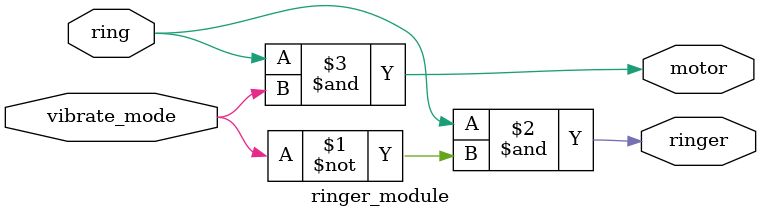
<source format=v>
module ringer_module(input ring,
    input vibrate_mode,
    output ringer,     
    output motor  );

assign ringer= ring & (~vibrate_mode);
assign motor= ring & vibrate_mode;

endmodule



</source>
